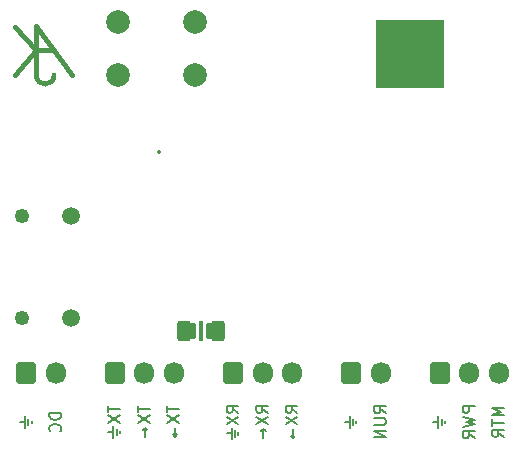
<source format=gbr>
%TF.GenerationSoftware,KiCad,Pcbnew,(6.0.1-0)*%
%TF.CreationDate,2022-01-30T15:35:43+00:00*%
%TF.ProjectId,ASR33,41535233-332e-46b6-9963-61645f706362,1*%
%TF.SameCoordinates,Original*%
%TF.FileFunction,Soldermask,Bot*%
%TF.FilePolarity,Negative*%
%FSLAX46Y46*%
G04 Gerber Fmt 4.6, Leading zero omitted, Abs format (unit mm)*
G04 Created by KiCad (PCBNEW (6.0.1-0)) date 2022-01-30 15:35:43*
%MOMM*%
%LPD*%
G01*
G04 APERTURE LIST*
G04 Aperture macros list*
%AMRoundRect*
0 Rectangle with rounded corners*
0 $1 Rounding radius*
0 $2 $3 $4 $5 $6 $7 $8 $9 X,Y pos of 4 corners*
0 Add a 4 corners polygon primitive as box body*
4,1,4,$2,$3,$4,$5,$6,$7,$8,$9,$2,$3,0*
0 Add four circle primitives for the rounded corners*
1,1,$1+$1,$2,$3*
1,1,$1+$1,$4,$5*
1,1,$1+$1,$6,$7*
1,1,$1+$1,$8,$9*
0 Add four rect primitives between the rounded corners*
20,1,$1+$1,$2,$3,$4,$5,0*
20,1,$1+$1,$4,$5,$6,$7,0*
20,1,$1+$1,$6,$7,$8,$9,0*
20,1,$1+$1,$8,$9,$2,$3,0*%
G04 Aperture macros list end*
%ADD10C,0.200000*%
%ADD11C,0.450000*%
%ADD12C,1.500000*%
%ADD13C,1.250000*%
%ADD14C,0.350000*%
%ADD15RoundRect,0.250000X-0.600000X-0.675000X0.600000X-0.675000X0.600000X0.675000X-0.600000X0.675000X0*%
%ADD16O,1.700000X1.850000*%
%ADD17C,2.000000*%
%ADD18RoundRect,0.247500X-0.315000X-0.627500X0.315000X-0.627500X0.315000X0.627500X-0.315000X0.627500X0*%
%ADD19RoundRect,0.256250X-0.256250X-0.443750X0.256250X-0.443750X0.256250X0.443750X-0.256250X0.443750X0*%
G04 APERTURE END LIST*
D10*
X160452380Y-116166666D02*
X159452380Y-116166666D01*
X159452380Y-116547619D01*
X159500000Y-116642857D01*
X159547619Y-116690476D01*
X159642857Y-116738095D01*
X159785714Y-116738095D01*
X159880952Y-116690476D01*
X159928571Y-116642857D01*
X159976190Y-116547619D01*
X159976190Y-116166666D01*
X159452380Y-117071428D02*
X160452380Y-117309523D01*
X159738095Y-117500000D01*
X160452380Y-117690476D01*
X159452380Y-117928571D01*
X160452380Y-118880952D02*
X159976190Y-118547619D01*
X160452380Y-118309523D02*
X159452380Y-118309523D01*
X159452380Y-118690476D01*
X159500000Y-118785714D01*
X159547619Y-118833333D01*
X159642857Y-118880952D01*
X159785714Y-118880952D01*
X159880952Y-118833333D01*
X159928571Y-118785714D01*
X159976190Y-118690476D01*
X159976190Y-118309523D01*
X145452380Y-116714285D02*
X144976190Y-116380952D01*
X145452380Y-116142857D02*
X144452380Y-116142857D01*
X144452380Y-116523809D01*
X144500000Y-116619047D01*
X144547619Y-116666666D01*
X144642857Y-116714285D01*
X144785714Y-116714285D01*
X144880952Y-116666666D01*
X144928571Y-116619047D01*
X144976190Y-116523809D01*
X144976190Y-116142857D01*
X144452380Y-117047619D02*
X145452380Y-117714285D01*
X144452380Y-117714285D02*
X145452380Y-117047619D01*
X145071428Y-118095238D02*
X145071428Y-118857142D01*
X145261904Y-118666666D02*
X145071428Y-118857142D01*
X144880952Y-118666666D01*
X162952380Y-116285714D02*
X161952380Y-116285714D01*
X162666666Y-116619047D01*
X161952380Y-116952380D01*
X162952380Y-116952380D01*
X161952380Y-117285714D02*
X161952380Y-117857142D01*
X162952380Y-117571428D02*
X161952380Y-117571428D01*
X162952380Y-118761904D02*
X162476190Y-118428571D01*
X162952380Y-118190476D02*
X161952380Y-118190476D01*
X161952380Y-118571428D01*
X162000000Y-118666666D01*
X162047619Y-118714285D01*
X162142857Y-118761904D01*
X162285714Y-118761904D01*
X162380952Y-118714285D01*
X162428571Y-118666666D01*
X162476190Y-118571428D01*
X162476190Y-118190476D01*
X131952380Y-116119047D02*
X131952380Y-116690476D01*
X132952380Y-116404761D02*
X131952380Y-116404761D01*
X131952380Y-116928571D02*
X132952380Y-117595238D01*
X131952380Y-117595238D02*
X132952380Y-116928571D01*
X132571428Y-118738095D02*
X132571428Y-117976190D01*
X132761904Y-118166666D02*
X132571428Y-117976190D01*
X132380952Y-118166666D01*
X129452380Y-116119047D02*
X129452380Y-116690476D01*
X130452380Y-116404761D02*
X129452380Y-116404761D01*
X129452380Y-116928571D02*
X130452380Y-117595238D01*
X129452380Y-117595238D02*
X130452380Y-116928571D01*
X129880952Y-117880952D02*
X129880952Y-118833333D01*
X130166666Y-118071428D02*
X130166666Y-118642857D01*
X129452380Y-118357142D02*
X129880952Y-118357142D01*
X130452380Y-118452380D02*
X130452380Y-118261904D01*
X149880952Y-117023809D02*
X149880952Y-117976190D01*
X150166666Y-117214285D02*
X150166666Y-117785714D01*
X149452380Y-117500000D02*
X149880952Y-117500000D01*
X150452380Y-117595238D02*
X150452380Y-117404761D01*
X134452380Y-116119047D02*
X134452380Y-116690476D01*
X135452380Y-116404761D02*
X134452380Y-116404761D01*
X134452380Y-116928571D02*
X135452380Y-117595238D01*
X134452380Y-117595238D02*
X135452380Y-116928571D01*
X135071428Y-117976190D02*
X135071428Y-118738095D01*
X135261904Y-118547619D02*
X135071428Y-118738095D01*
X134880952Y-118547619D01*
X157380952Y-117023809D02*
X157380952Y-117976190D01*
X157666666Y-117214285D02*
X157666666Y-117785714D01*
X156952380Y-117500000D02*
X157380952Y-117500000D01*
X157952380Y-117595238D02*
X157952380Y-117404761D01*
X152952380Y-116761904D02*
X152476190Y-116428571D01*
X152952380Y-116190476D02*
X151952380Y-116190476D01*
X151952380Y-116571428D01*
X152000000Y-116666666D01*
X152047619Y-116714285D01*
X152142857Y-116761904D01*
X152285714Y-116761904D01*
X152380952Y-116714285D01*
X152428571Y-116666666D01*
X152476190Y-116571428D01*
X152476190Y-116190476D01*
X151952380Y-117190476D02*
X152761904Y-117190476D01*
X152857142Y-117238095D01*
X152904761Y-117285714D01*
X152952380Y-117380952D01*
X152952380Y-117571428D01*
X152904761Y-117666666D01*
X152857142Y-117714285D01*
X152761904Y-117761904D01*
X151952380Y-117761904D01*
X152952380Y-118238095D02*
X151952380Y-118238095D01*
X152952380Y-118809523D01*
X151952380Y-118809523D01*
X125452380Y-116738095D02*
X124452380Y-116738095D01*
X124452380Y-116976190D01*
X124500000Y-117119047D01*
X124595238Y-117214285D01*
X124690476Y-117261904D01*
X124880952Y-117309523D01*
X125023809Y-117309523D01*
X125214285Y-117261904D01*
X125309523Y-117214285D01*
X125404761Y-117119047D01*
X125452380Y-116976190D01*
X125452380Y-116738095D01*
X125357142Y-118309523D02*
X125404761Y-118261904D01*
X125452380Y-118119047D01*
X125452380Y-118023809D01*
X125404761Y-117880952D01*
X125309523Y-117785714D01*
X125214285Y-117738095D01*
X125023809Y-117690476D01*
X124880952Y-117690476D01*
X124690476Y-117738095D01*
X124595238Y-117785714D01*
X124500000Y-117880952D01*
X124452380Y-118023809D01*
X124452380Y-118119047D01*
X124500000Y-118261904D01*
X124547619Y-118309523D01*
X122380952Y-117023809D02*
X122380952Y-117976190D01*
X122666666Y-117214285D02*
X122666666Y-117785714D01*
X121952380Y-117500000D02*
X122380952Y-117500000D01*
X122952380Y-117595238D02*
X122952380Y-117404761D01*
X140452380Y-116714285D02*
X139976190Y-116380952D01*
X140452380Y-116142857D02*
X139452380Y-116142857D01*
X139452380Y-116523809D01*
X139500000Y-116619047D01*
X139547619Y-116666666D01*
X139642857Y-116714285D01*
X139785714Y-116714285D01*
X139880952Y-116666666D01*
X139928571Y-116619047D01*
X139976190Y-116523809D01*
X139976190Y-116142857D01*
X139452380Y-117047619D02*
X140452380Y-117714285D01*
X139452380Y-117714285D02*
X140452380Y-117047619D01*
X139880952Y-118000000D02*
X139880952Y-118952380D01*
X140166666Y-118190476D02*
X140166666Y-118761904D01*
X139452380Y-118476190D02*
X139880952Y-118476190D01*
X140452380Y-118571428D02*
X140452380Y-118380952D01*
X142952380Y-116714285D02*
X142476190Y-116380952D01*
X142952380Y-116142857D02*
X141952380Y-116142857D01*
X141952380Y-116523809D01*
X142000000Y-116619047D01*
X142047619Y-116666666D01*
X142142857Y-116714285D01*
X142285714Y-116714285D01*
X142380952Y-116666666D01*
X142428571Y-116619047D01*
X142476190Y-116523809D01*
X142476190Y-116142857D01*
X141952380Y-117047619D02*
X142952380Y-117714285D01*
X141952380Y-117714285D02*
X142952380Y-117047619D01*
X142571428Y-118857142D02*
X142571428Y-118095238D01*
X142761904Y-118285714D02*
X142571428Y-118095238D01*
X142380952Y-118285714D01*
D11*
%TO.C,Logo1*%
X123350000Y-86050000D02*
X124850000Y-86050000D01*
X121550000Y-84050000D02*
X123350000Y-86050000D01*
X123350000Y-83950000D02*
X123350000Y-88150000D01*
X123350000Y-86050000D02*
X121550000Y-88150000D01*
X123350000Y-83950000D02*
X126350000Y-88150000D01*
X123350000Y-88150000D02*
G75*
G03*
X124850000Y-88150000I750000J0D01*
G01*
%TO.C,JP3*%
G36*
X137500000Y-110650000D02*
G01*
X137100000Y-110650000D01*
X137100000Y-108950000D01*
X137500000Y-108950000D01*
X137500000Y-110650000D01*
G37*
%TO.C,U7*%
G36*
X157900000Y-89250000D02*
G01*
X152100000Y-89250000D01*
X152100000Y-83450000D01*
X157900000Y-83450000D01*
X157900000Y-89250000D01*
G37*
%TD*%
D12*
%TO.C,J1*%
X126280000Y-108720000D03*
D13*
X122110000Y-108720000D03*
X122110000Y-100080000D03*
D12*
X126280000Y-100080000D03*
%TD*%
D14*
%TO.C,U2*%
X133750000Y-94650000D03*
%TD*%
D15*
%TO.C,J5*%
X130000000Y-113400000D03*
D16*
X132500000Y-113400000D03*
X135000000Y-113400000D03*
%TD*%
D17*
%TO.C,SW1*%
X136750000Y-83650000D03*
X130250000Y-83650000D03*
X136750000Y-88150000D03*
X130250000Y-88150000D03*
%TD*%
D15*
%TO.C,J6*%
X140000000Y-113400000D03*
D16*
X142500000Y-113400000D03*
X145000000Y-113400000D03*
%TD*%
D15*
%TO.C,J2*%
X122500000Y-113400000D03*
D16*
X125000000Y-113400000D03*
%TD*%
D15*
%TO.C,J3*%
X157500000Y-113400000D03*
D16*
X160000000Y-113400000D03*
X162500000Y-113400000D03*
%TD*%
D15*
%TO.C,J4*%
X150000000Y-113400000D03*
D16*
X152500000Y-113400000D03*
%TD*%
D18*
%TO.C,JP3*%
X135837500Y-109800000D03*
D19*
X136387500Y-109800000D03*
X138212500Y-109800000D03*
D18*
X138762500Y-109800000D03*
%TD*%
M02*

</source>
